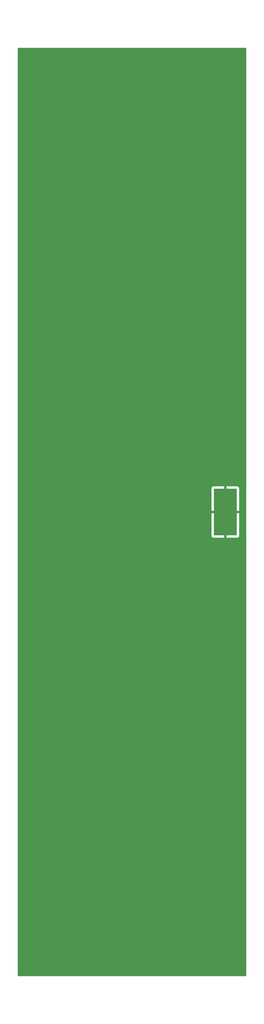
<source format=gbl>
%TF.GenerationSoftware,KiCad,Pcbnew,9.0.0*%
%TF.CreationDate,2025-03-16T11:37:03+01:00*%
%TF.ProjectId,DMH_Transistor_VCA_PANEL,444d485f-5472-4616-9e73-6973746f725f,rev?*%
%TF.SameCoordinates,Original*%
%TF.FileFunction,Copper,L2,Bot*%
%TF.FilePolarity,Positive*%
%FSLAX46Y46*%
G04 Gerber Fmt 4.6, Leading zero omitted, Abs format (unit mm)*
G04 Created by KiCad (PCBNEW 9.0.0) date 2025-03-16 11:37:03*
%MOMM*%
%LPD*%
G01*
G04 APERTURE LIST*
%TA.AperFunction,ConnectorPad*%
%ADD10C,12.000000*%
%TD*%
%TA.AperFunction,ComponentPad*%
%ADD11C,0.500000*%
%TD*%
%TA.AperFunction,ComponentPad*%
%ADD12C,4.000000*%
%TD*%
%TA.AperFunction,ComponentPad*%
%ADD13O,2.500000X1.500000*%
%TD*%
%TA.AperFunction,SMDPad,CuDef*%
%ADD14R,5.000000X10.000000*%
%TD*%
G04 APERTURE END LIST*
D10*
%TO.P,H14,1,1*%
%TO.N,GND*%
X63000000Y-186000000D03*
%TD*%
%TO.P,H13,1,1*%
%TO.N,GND*%
X87000000Y-186000000D03*
%TD*%
%TO.P,H7,1,1*%
%TO.N,GND*%
X87000000Y-95250000D03*
%TD*%
%TO.P,H6,1,1*%
%TO.N,GND*%
X63000000Y-95250000D03*
%TD*%
D11*
%TO.P,H9,1,1*%
%TO.N,GND*%
X57300000Y-118000000D03*
X58960000Y-113970000D03*
X58970000Y-122040000D03*
X63000000Y-112300000D03*
D10*
X63000000Y-118000000D03*
D11*
X63000000Y-123700000D03*
X67030000Y-122040000D03*
X67040000Y-113970000D03*
X68700000Y-118000000D03*
%TD*%
D12*
%TO.P,H3,1,1*%
%TO.N,GND*%
X53500000Y-226500000D03*
%TD*%
D11*
%TO.P,H8,1,1*%
%TO.N,GND*%
X52800000Y-50750000D03*
X54460000Y-46720000D03*
X54470000Y-54790000D03*
X58500000Y-45050000D03*
D10*
X58500000Y-50750000D03*
D11*
X58500000Y-56450000D03*
X62530000Y-54790000D03*
X62540000Y-46720000D03*
X64200000Y-50750000D03*
%TD*%
%TO.P,H15,1,1*%
%TO.N,GND*%
X52800000Y-141500000D03*
X54460000Y-137470000D03*
X54470000Y-145540000D03*
X58500000Y-135800000D03*
D10*
X58500000Y-141500000D03*
D11*
X58500000Y-147200000D03*
X62530000Y-145540000D03*
X62540000Y-137470000D03*
X64200000Y-141500000D03*
%TD*%
%TO.P,H17,1,1*%
%TO.N,GND*%
X57300000Y-208750000D03*
X58960000Y-204720000D03*
X58970000Y-212790000D03*
X63000000Y-203050000D03*
D10*
X63000000Y-208750000D03*
D11*
X63000000Y-214450000D03*
X67030000Y-212790000D03*
X67040000Y-204720000D03*
X68700000Y-208750000D03*
%TD*%
%TO.P,H10,1,1*%
%TO.N,GND*%
X81300000Y-118000000D03*
X82960000Y-113970000D03*
X82970000Y-122040000D03*
X87000000Y-112300000D03*
D10*
X87000000Y-118000000D03*
D11*
X87000000Y-123700000D03*
X91030000Y-122040000D03*
X91040000Y-113970000D03*
X92700000Y-118000000D03*
%TD*%
D10*
%TO.P,H5,1,1*%
%TO.N,GND*%
X83000000Y-60000000D03*
D13*
X83000000Y-66000000D03*
%TD*%
D11*
%TO.P,H11,1,1*%
%TO.N,GND*%
X52800000Y-69250000D03*
X54460000Y-65220000D03*
X54470000Y-73290000D03*
X58500000Y-63550000D03*
D10*
X58500000Y-69250000D03*
D11*
X58500000Y-74950000D03*
X62530000Y-73290000D03*
X62540000Y-65220000D03*
X64200000Y-69250000D03*
%TD*%
D12*
%TO.P,H2,1,1*%
%TO.N,GND*%
X96500000Y-33500000D03*
%TD*%
%TO.P,H4,1,1*%
%TO.N,GND*%
X96500000Y-226500000D03*
%TD*%
D11*
%TO.P,H18,1,1*%
%TO.N,GND*%
X81300000Y-208750000D03*
X82960000Y-204720000D03*
X82970000Y-212790000D03*
X87000000Y-203050000D03*
D10*
X87000000Y-208750000D03*
D11*
X87000000Y-214450000D03*
X91030000Y-212790000D03*
X91040000Y-204720000D03*
X92700000Y-208750000D03*
%TD*%
D12*
%TO.P,H1,1,1*%
%TO.N,GND*%
X53500000Y-33500000D03*
%TD*%
D11*
%TO.P,H16,1,1*%
%TO.N,GND*%
X52800000Y-160000000D03*
X54460000Y-155970000D03*
X54470000Y-164040000D03*
X58500000Y-154300000D03*
D10*
X58500000Y-160000000D03*
D11*
X58500000Y-165700000D03*
X62530000Y-164040000D03*
X62540000Y-155970000D03*
X64200000Y-160000000D03*
%TD*%
D10*
%TO.P,H12,1,1*%
%TO.N,GND*%
X83000000Y-150750000D03*
D13*
X83000000Y-156750000D03*
%TD*%
D14*
%TO.P,J0,1,Pin_1*%
%TO.N,GND*%
X95000000Y-130000000D03*
%TD*%
%TA.AperFunction,Conductor*%
%TO.N,GND*%
G36*
X99442539Y-30520185D02*
G01*
X99488294Y-30572989D01*
X99499500Y-30624500D01*
X99499500Y-229375500D01*
X99479815Y-229442539D01*
X99427011Y-229488294D01*
X99375500Y-229499500D01*
X50624500Y-229499500D01*
X50557461Y-229479815D01*
X50511706Y-229427011D01*
X50500500Y-229375500D01*
X50500500Y-208537814D01*
X57599500Y-208537814D01*
X57599500Y-208558097D01*
X57599500Y-208962186D01*
X57632796Y-209385250D01*
X57699182Y-209804398D01*
X57798250Y-210217045D01*
X57798254Y-210217056D01*
X57929385Y-210620641D01*
X57996000Y-210781463D01*
X58091789Y-211012716D01*
X58284450Y-211390835D01*
X58284457Y-211390848D01*
X58284460Y-211390853D01*
X58307375Y-211428246D01*
X58506184Y-211752672D01*
X58506192Y-211752683D01*
X58506198Y-211752692D01*
X58755617Y-212095989D01*
X58755627Y-212096003D01*
X58878919Y-212240358D01*
X59031231Y-212418692D01*
X59331308Y-212718769D01*
X59331314Y-212718774D01*
X59653996Y-212994372D01*
X59654010Y-212994382D01*
X59861749Y-213145313D01*
X59997328Y-213243816D01*
X60125685Y-213322473D01*
X60359146Y-213465539D01*
X60359151Y-213465542D01*
X60359156Y-213465544D01*
X60359165Y-213465550D01*
X60737284Y-213658211D01*
X61129353Y-213820612D01*
X61129358Y-213820614D01*
X61231979Y-213853957D01*
X61532955Y-213951750D01*
X61945602Y-214050818D01*
X62364750Y-214117204D01*
X62787814Y-214150500D01*
X62787822Y-214150500D01*
X63212178Y-214150500D01*
X63212186Y-214150500D01*
X63635250Y-214117204D01*
X64054398Y-214050818D01*
X64467045Y-213951750D01*
X64870647Y-213820612D01*
X65262716Y-213658211D01*
X65640835Y-213465550D01*
X66002672Y-213243816D01*
X66345997Y-212994377D01*
X66668692Y-212718769D01*
X66968769Y-212418692D01*
X67244377Y-212095997D01*
X67493816Y-211752672D01*
X67715550Y-211390835D01*
X67908211Y-211012716D01*
X68070612Y-210620647D01*
X68201750Y-210217045D01*
X68300818Y-209804398D01*
X68367204Y-209385250D01*
X68400500Y-208962186D01*
X68400500Y-208537814D01*
X81599500Y-208537814D01*
X81599500Y-208558097D01*
X81599500Y-208962186D01*
X81632796Y-209385250D01*
X81699182Y-209804398D01*
X81798250Y-210217045D01*
X81798254Y-210217056D01*
X81929385Y-210620641D01*
X81996000Y-210781463D01*
X82091789Y-211012716D01*
X82284450Y-211390835D01*
X82284457Y-211390848D01*
X82284460Y-211390853D01*
X82307375Y-211428246D01*
X82506184Y-211752672D01*
X82506192Y-211752683D01*
X82506198Y-211752692D01*
X82755617Y-212095989D01*
X82755627Y-212096003D01*
X82878919Y-212240358D01*
X83031231Y-212418692D01*
X83331308Y-212718769D01*
X83331314Y-212718774D01*
X83653996Y-212994372D01*
X83654010Y-212994382D01*
X83861749Y-213145313D01*
X83997328Y-213243816D01*
X84125685Y-213322473D01*
X84359146Y-213465539D01*
X84359151Y-213465542D01*
X84359156Y-213465544D01*
X84359165Y-213465550D01*
X84737284Y-213658211D01*
X85129353Y-213820612D01*
X85129358Y-213820614D01*
X85231979Y-213853957D01*
X85532955Y-213951750D01*
X85945602Y-214050818D01*
X86364750Y-214117204D01*
X86787814Y-214150500D01*
X86787822Y-214150500D01*
X87212178Y-214150500D01*
X87212186Y-214150500D01*
X87635250Y-214117204D01*
X88054398Y-214050818D01*
X88467045Y-213951750D01*
X88870647Y-213820612D01*
X89262716Y-213658211D01*
X89640835Y-213465550D01*
X90002672Y-213243816D01*
X90345997Y-212994377D01*
X90668692Y-212718769D01*
X90968769Y-212418692D01*
X91244377Y-212095997D01*
X91493816Y-211752672D01*
X91715550Y-211390835D01*
X91908211Y-211012716D01*
X92070612Y-210620647D01*
X92201750Y-210217045D01*
X92300818Y-209804398D01*
X92367204Y-209385250D01*
X92400500Y-208962186D01*
X92400500Y-208537814D01*
X92367204Y-208114750D01*
X92300818Y-207695602D01*
X92201750Y-207282955D01*
X92070612Y-206879353D01*
X91908211Y-206487284D01*
X91715550Y-206109165D01*
X91715544Y-206109156D01*
X91715542Y-206109151D01*
X91715539Y-206109146D01*
X91493823Y-205747340D01*
X91493816Y-205747328D01*
X91244377Y-205404003D01*
X91244372Y-205403996D01*
X90968774Y-205081314D01*
X90968769Y-205081308D01*
X90668692Y-204781231D01*
X90668685Y-204781225D01*
X90346003Y-204505627D01*
X90345989Y-204505617D01*
X90002692Y-204256198D01*
X90002683Y-204256192D01*
X90002672Y-204256184D01*
X90002659Y-204256176D01*
X89640853Y-204034460D01*
X89640848Y-204034457D01*
X89640838Y-204034452D01*
X89640835Y-204034450D01*
X89262716Y-203841789D01*
X89262702Y-203841783D01*
X88870641Y-203679385D01*
X88583478Y-203586081D01*
X88467045Y-203548250D01*
X88054398Y-203449182D01*
X87635250Y-203382796D01*
X87212191Y-203349500D01*
X87212186Y-203349500D01*
X86787814Y-203349500D01*
X86787808Y-203349500D01*
X86364749Y-203382796D01*
X86364748Y-203382796D01*
X85945607Y-203449181D01*
X85945604Y-203449181D01*
X85945602Y-203449182D01*
X85797817Y-203484661D01*
X85532966Y-203548247D01*
X85532960Y-203548248D01*
X85532955Y-203548250D01*
X85532943Y-203548254D01*
X85129358Y-203679385D01*
X84737297Y-203841783D01*
X84737284Y-203841789D01*
X84359151Y-204034457D01*
X84359146Y-204034460D01*
X83997340Y-204256176D01*
X83997307Y-204256198D01*
X83654010Y-204505617D01*
X83653996Y-204505627D01*
X83331314Y-204781225D01*
X83331300Y-204781238D01*
X83031238Y-205081300D01*
X83031225Y-205081314D01*
X82755627Y-205403996D01*
X82755617Y-205404010D01*
X82506198Y-205747307D01*
X82506176Y-205747340D01*
X82284460Y-206109146D01*
X82284457Y-206109151D01*
X82091789Y-206487284D01*
X82091783Y-206487297D01*
X81929385Y-206879358D01*
X81798254Y-207282943D01*
X81798247Y-207282966D01*
X81699181Y-207695607D01*
X81683000Y-207797774D01*
X81632796Y-208114750D01*
X81599500Y-208537814D01*
X68400500Y-208537814D01*
X68367204Y-208114750D01*
X68300818Y-207695602D01*
X68201750Y-207282955D01*
X68070612Y-206879353D01*
X67908211Y-206487284D01*
X67715550Y-206109165D01*
X67715544Y-206109156D01*
X67715542Y-206109151D01*
X67715539Y-206109146D01*
X67493823Y-205747340D01*
X67493816Y-205747328D01*
X67244377Y-205404003D01*
X67244372Y-205403996D01*
X66968774Y-205081314D01*
X66968769Y-205081308D01*
X66668692Y-204781231D01*
X66668685Y-204781225D01*
X66346003Y-204505627D01*
X66345989Y-204505617D01*
X66002692Y-204256198D01*
X66002683Y-204256192D01*
X66002672Y-204256184D01*
X66002659Y-204256176D01*
X65640853Y-204034460D01*
X65640848Y-204034457D01*
X65640838Y-204034452D01*
X65640835Y-204034450D01*
X65262716Y-203841789D01*
X65262702Y-203841783D01*
X64870641Y-203679385D01*
X64583478Y-203586081D01*
X64467045Y-203548250D01*
X64054398Y-203449182D01*
X63635250Y-203382796D01*
X63212191Y-203349500D01*
X63212186Y-203349500D01*
X62787814Y-203349500D01*
X62787808Y-203349500D01*
X62364749Y-203382796D01*
X62364748Y-203382796D01*
X61945607Y-203449181D01*
X61945604Y-203449181D01*
X61945602Y-203449182D01*
X61797817Y-203484661D01*
X61532966Y-203548247D01*
X61532960Y-203548248D01*
X61532955Y-203548250D01*
X61532943Y-203548254D01*
X61129358Y-203679385D01*
X60737297Y-203841783D01*
X60737284Y-203841789D01*
X60359151Y-204034457D01*
X60359146Y-204034460D01*
X59997340Y-204256176D01*
X59997307Y-204256198D01*
X59654010Y-204505617D01*
X59653996Y-204505627D01*
X59331314Y-204781225D01*
X59331300Y-204781238D01*
X59031238Y-205081300D01*
X59031225Y-205081314D01*
X58755627Y-205403996D01*
X58755617Y-205404010D01*
X58506198Y-205747307D01*
X58506176Y-205747340D01*
X58284460Y-206109146D01*
X58284457Y-206109151D01*
X58091789Y-206487284D01*
X58091783Y-206487297D01*
X57929385Y-206879358D01*
X57798254Y-207282943D01*
X57798247Y-207282966D01*
X57699181Y-207695607D01*
X57683000Y-207797774D01*
X57632796Y-208114750D01*
X57599500Y-208537814D01*
X50500500Y-208537814D01*
X50500500Y-185781669D01*
X57999500Y-185781669D01*
X57999500Y-186218330D01*
X58037557Y-186653320D01*
X58037557Y-186653324D01*
X58113379Y-187083327D01*
X58113383Y-187083344D01*
X58226392Y-187505105D01*
X58375740Y-187915434D01*
X58375746Y-187915449D01*
X58560272Y-188311164D01*
X58560277Y-188311174D01*
X58778603Y-188689326D01*
X58778607Y-188689332D01*
X58778614Y-188689343D01*
X59029057Y-189047013D01*
X59231930Y-189288787D01*
X59309732Y-189381507D01*
X59618493Y-189690268D01*
X59708395Y-189765705D01*
X59952986Y-189970942D01*
X60310656Y-190221385D01*
X60310663Y-190221389D01*
X60310674Y-190221397D01*
X60688826Y-190439723D01*
X60688835Y-190439727D01*
X61084550Y-190624253D01*
X61084555Y-190624255D01*
X61084568Y-190624261D01*
X61494888Y-190773605D01*
X61494889Y-190773605D01*
X61494894Y-190773607D01*
X61627398Y-190809110D01*
X61916663Y-190886619D01*
X62346682Y-190962443D01*
X62781671Y-191000499D01*
X62781672Y-191000500D01*
X62781673Y-191000500D01*
X63218328Y-191000500D01*
X63218328Y-191000499D01*
X63653318Y-190962443D01*
X64083337Y-190886619D01*
X64505112Y-190773605D01*
X64915432Y-190624261D01*
X65311174Y-190439723D01*
X65689326Y-190221397D01*
X66047012Y-189970943D01*
X66381507Y-189690268D01*
X66690268Y-189381507D01*
X66970943Y-189047012D01*
X67221397Y-188689326D01*
X67439723Y-188311174D01*
X67624261Y-187915432D01*
X67773605Y-187505112D01*
X67886619Y-187083337D01*
X67962443Y-186653318D01*
X68000500Y-186218327D01*
X68000500Y-185781673D01*
X68000500Y-185781669D01*
X81999500Y-185781669D01*
X81999500Y-186218330D01*
X82037557Y-186653320D01*
X82037557Y-186653324D01*
X82113379Y-187083327D01*
X82113383Y-187083344D01*
X82226392Y-187505105D01*
X82375740Y-187915434D01*
X82375746Y-187915449D01*
X82560272Y-188311164D01*
X82560277Y-188311174D01*
X82778603Y-188689326D01*
X82778607Y-188689332D01*
X82778614Y-188689343D01*
X83029057Y-189047013D01*
X83231930Y-189288787D01*
X83309732Y-189381507D01*
X83618493Y-189690268D01*
X83708395Y-189765705D01*
X83952986Y-189970942D01*
X84310656Y-190221385D01*
X84310663Y-190221389D01*
X84310674Y-190221397D01*
X84688826Y-190439723D01*
X84688835Y-190439727D01*
X85084550Y-190624253D01*
X85084555Y-190624255D01*
X85084568Y-190624261D01*
X85494888Y-190773605D01*
X85494889Y-190773605D01*
X85494894Y-190773607D01*
X85627398Y-190809110D01*
X85916663Y-190886619D01*
X86346682Y-190962443D01*
X86781671Y-191000499D01*
X86781672Y-191000500D01*
X86781673Y-191000500D01*
X87218328Y-191000500D01*
X87218328Y-191000499D01*
X87653318Y-190962443D01*
X88083337Y-190886619D01*
X88505112Y-190773605D01*
X88915432Y-190624261D01*
X89311174Y-190439723D01*
X89689326Y-190221397D01*
X90047012Y-189970943D01*
X90381507Y-189690268D01*
X90690268Y-189381507D01*
X90970943Y-189047012D01*
X91221397Y-188689326D01*
X91439723Y-188311174D01*
X91624261Y-187915432D01*
X91773605Y-187505112D01*
X91886619Y-187083337D01*
X91962443Y-186653318D01*
X92000500Y-186218327D01*
X92000500Y-185781673D01*
X91962443Y-185346682D01*
X91886619Y-184916663D01*
X91773605Y-184494888D01*
X91624261Y-184084568D01*
X91439723Y-183688826D01*
X91221397Y-183310674D01*
X91221389Y-183310663D01*
X91221385Y-183310656D01*
X90970942Y-182952986D01*
X90690265Y-182618490D01*
X90381509Y-182309734D01*
X90047013Y-182029057D01*
X89689343Y-181778614D01*
X89689332Y-181778607D01*
X89689326Y-181778603D01*
X89576978Y-181713739D01*
X89311180Y-181560280D01*
X89311164Y-181560272D01*
X88915449Y-181375746D01*
X88915434Y-181375740D01*
X88915432Y-181375739D01*
X88761301Y-181319640D01*
X88505105Y-181226392D01*
X88083344Y-181113383D01*
X88083347Y-181113383D01*
X88083337Y-181113381D01*
X88083331Y-181113379D01*
X88083327Y-181113379D01*
X87653322Y-181037557D01*
X87218330Y-180999500D01*
X87218327Y-180999500D01*
X86781673Y-180999500D01*
X86781669Y-180999500D01*
X86346679Y-181037557D01*
X86346675Y-181037557D01*
X85916672Y-181113379D01*
X85916655Y-181113383D01*
X85494894Y-181226392D01*
X85084565Y-181375740D01*
X85084550Y-181375746D01*
X84688835Y-181560272D01*
X84688819Y-181560280D01*
X84310682Y-181778598D01*
X84310656Y-181778614D01*
X83952986Y-182029057D01*
X83618490Y-182309734D01*
X83309734Y-182618490D01*
X83029057Y-182952986D01*
X82778614Y-183310656D01*
X82778598Y-183310682D01*
X82560280Y-183688819D01*
X82560272Y-183688835D01*
X82375746Y-184084550D01*
X82375740Y-184084565D01*
X82226392Y-184494894D01*
X82113383Y-184916655D01*
X82113379Y-184916672D01*
X82037557Y-185346675D01*
X82037557Y-185346679D01*
X81999500Y-185781669D01*
X68000500Y-185781669D01*
X67962443Y-185346682D01*
X67886619Y-184916663D01*
X67773605Y-184494888D01*
X67624261Y-184084568D01*
X67439723Y-183688826D01*
X67221397Y-183310674D01*
X67221389Y-183310663D01*
X67221385Y-183310656D01*
X66970942Y-182952986D01*
X66690265Y-182618490D01*
X66381509Y-182309734D01*
X66047013Y-182029057D01*
X65689343Y-181778614D01*
X65689332Y-181778607D01*
X65689326Y-181778603D01*
X65576978Y-181713739D01*
X65311180Y-181560280D01*
X65311164Y-181560272D01*
X64915449Y-181375746D01*
X64915434Y-181375740D01*
X64915432Y-181375739D01*
X64761301Y-181319640D01*
X64505105Y-181226392D01*
X64083344Y-181113383D01*
X64083347Y-181113383D01*
X64083337Y-181113381D01*
X64083331Y-181113379D01*
X64083327Y-181113379D01*
X63653322Y-181037557D01*
X63218330Y-180999500D01*
X63218327Y-180999500D01*
X62781673Y-180999500D01*
X62781669Y-180999500D01*
X62346679Y-181037557D01*
X62346675Y-181037557D01*
X61916672Y-181113379D01*
X61916655Y-181113383D01*
X61494894Y-181226392D01*
X61084565Y-181375740D01*
X61084550Y-181375746D01*
X60688835Y-181560272D01*
X60688819Y-181560280D01*
X60310682Y-181778598D01*
X60310656Y-181778614D01*
X59952986Y-182029057D01*
X59618490Y-182309734D01*
X59309734Y-182618490D01*
X59029057Y-182952986D01*
X58778614Y-183310656D01*
X58778598Y-183310682D01*
X58560280Y-183688819D01*
X58560272Y-183688835D01*
X58375746Y-184084550D01*
X58375740Y-184084565D01*
X58226392Y-184494894D01*
X58113383Y-184916655D01*
X58113379Y-184916672D01*
X58037557Y-185346675D01*
X58037557Y-185346679D01*
X57999500Y-185781669D01*
X50500500Y-185781669D01*
X50500500Y-159787814D01*
X53099500Y-159787814D01*
X53099500Y-159808097D01*
X53099500Y-160212186D01*
X53132796Y-160635250D01*
X53199182Y-161054398D01*
X53298250Y-161467045D01*
X53298254Y-161467056D01*
X53429385Y-161870641D01*
X53496000Y-162031463D01*
X53591789Y-162262716D01*
X53784450Y-162640835D01*
X53784457Y-162640848D01*
X53784460Y-162640853D01*
X53807375Y-162678246D01*
X54006184Y-163002672D01*
X54006192Y-163002683D01*
X54006198Y-163002692D01*
X54255617Y-163345989D01*
X54255627Y-163346003D01*
X54378919Y-163490358D01*
X54531231Y-163668692D01*
X54831308Y-163968769D01*
X54831314Y-163968774D01*
X55153996Y-164244372D01*
X55154010Y-164244382D01*
X55361749Y-164395313D01*
X55497328Y-164493816D01*
X55625685Y-164572473D01*
X55859146Y-164715539D01*
X55859151Y-164715542D01*
X55859156Y-164715544D01*
X55859165Y-164715550D01*
X56237284Y-164908211D01*
X56629353Y-165070612D01*
X56629358Y-165070614D01*
X56731979Y-165103957D01*
X57032955Y-165201750D01*
X57445602Y-165300818D01*
X57864750Y-165367204D01*
X58287814Y-165400500D01*
X58287822Y-165400500D01*
X58712178Y-165400500D01*
X58712186Y-165400500D01*
X59135250Y-165367204D01*
X59554398Y-165300818D01*
X59967045Y-165201750D01*
X60370647Y-165070612D01*
X60762716Y-164908211D01*
X61140835Y-164715550D01*
X61502672Y-164493816D01*
X61845997Y-164244377D01*
X62168692Y-163968769D01*
X62468769Y-163668692D01*
X62744377Y-163345997D01*
X62993816Y-163002672D01*
X63215550Y-162640835D01*
X63408211Y-162262716D01*
X63570612Y-161870647D01*
X63701750Y-161467045D01*
X63800818Y-161054398D01*
X63867204Y-160635250D01*
X63900500Y-160212186D01*
X63900500Y-159787814D01*
X63867204Y-159364750D01*
X63800818Y-158945602D01*
X63701750Y-158532955D01*
X63570612Y-158129353D01*
X63408211Y-157737284D01*
X63215550Y-157359165D01*
X63215544Y-157359156D01*
X63215542Y-157359151D01*
X63215539Y-157359146D01*
X62993823Y-156997340D01*
X62993816Y-156997328D01*
X62744377Y-156654003D01*
X62744372Y-156653996D01*
X62468774Y-156331314D01*
X62468769Y-156331308D01*
X62168692Y-156031231D01*
X62168685Y-156031225D01*
X61846003Y-155755627D01*
X61845989Y-155755617D01*
X61502692Y-155506198D01*
X61502683Y-155506192D01*
X61502672Y-155506184D01*
X61502659Y-155506176D01*
X61140853Y-155284460D01*
X61140848Y-155284457D01*
X61140838Y-155284452D01*
X61140835Y-155284450D01*
X60762716Y-155091789D01*
X60762702Y-155091783D01*
X60370641Y-154929385D01*
X60083478Y-154836081D01*
X59967045Y-154798250D01*
X59554398Y-154699182D01*
X59135250Y-154632796D01*
X58712191Y-154599500D01*
X58712186Y-154599500D01*
X58287814Y-154599500D01*
X58287808Y-154599500D01*
X57864749Y-154632796D01*
X57864748Y-154632796D01*
X57445607Y-154699181D01*
X57445604Y-154699181D01*
X57445602Y-154699182D01*
X57392324Y-154711973D01*
X57032966Y-154798247D01*
X57032960Y-154798248D01*
X57032955Y-154798250D01*
X57032943Y-154798254D01*
X56629358Y-154929385D01*
X56237297Y-155091783D01*
X56237284Y-155091789D01*
X55859151Y-155284457D01*
X55859146Y-155284460D01*
X55497340Y-155506176D01*
X55497307Y-155506198D01*
X55154010Y-155755617D01*
X55153996Y-155755627D01*
X54831314Y-156031225D01*
X54831300Y-156031238D01*
X54531238Y-156331300D01*
X54531225Y-156331314D01*
X54255627Y-156653996D01*
X54255617Y-156654010D01*
X54006198Y-156997307D01*
X54006176Y-156997340D01*
X53784460Y-157359146D01*
X53784457Y-157359151D01*
X53591789Y-157737284D01*
X53591783Y-157737297D01*
X53429385Y-158129358D01*
X53298254Y-158532943D01*
X53298247Y-158532966D01*
X53199181Y-158945607D01*
X53183000Y-159047774D01*
X53132796Y-159364750D01*
X53099500Y-159787814D01*
X50500500Y-159787814D01*
X50500500Y-150553471D01*
X78999500Y-150553471D01*
X78999500Y-150946528D01*
X79038026Y-151337702D01*
X79114704Y-151723194D01*
X79114707Y-151723205D01*
X79228810Y-152099354D01*
X79379230Y-152462499D01*
X79379232Y-152462504D01*
X79564511Y-152809137D01*
X79564522Y-152809155D01*
X79782887Y-153135960D01*
X79782897Y-153135974D01*
X80032254Y-153439817D01*
X80310182Y-153717745D01*
X80310187Y-153717749D01*
X80310188Y-153717750D01*
X80614031Y-153967107D01*
X80940851Y-154185482D01*
X80940860Y-154185487D01*
X80940862Y-154185488D01*
X81287495Y-154370767D01*
X81287497Y-154370767D01*
X81287503Y-154370771D01*
X81650647Y-154521190D01*
X82026785Y-154635290D01*
X82026791Y-154635291D01*
X82026794Y-154635292D01*
X82026805Y-154635295D01*
X82412297Y-154711973D01*
X82803468Y-154750500D01*
X82803471Y-154750500D01*
X83196529Y-154750500D01*
X83196532Y-154750500D01*
X83587703Y-154711973D01*
X83662748Y-154697045D01*
X83973194Y-154635295D01*
X83973205Y-154635292D01*
X83973205Y-154635291D01*
X83973215Y-154635290D01*
X84349353Y-154521190D01*
X84712497Y-154370771D01*
X85059149Y-154185482D01*
X85385969Y-153967107D01*
X85689812Y-153717750D01*
X85967750Y-153439812D01*
X86217107Y-153135969D01*
X86435482Y-152809149D01*
X86620771Y-152462497D01*
X86771190Y-152099353D01*
X86885290Y-151723215D01*
X86885292Y-151723205D01*
X86885295Y-151723194D01*
X86961973Y-151337702D01*
X87000500Y-150946528D01*
X87000500Y-150553471D01*
X86961973Y-150162297D01*
X86885295Y-149776805D01*
X86885292Y-149776794D01*
X86885291Y-149776791D01*
X86885290Y-149776785D01*
X86771190Y-149400647D01*
X86620771Y-149037503D01*
X86608355Y-149014275D01*
X86435488Y-148690862D01*
X86435487Y-148690860D01*
X86435482Y-148690851D01*
X86217107Y-148364031D01*
X85967750Y-148060188D01*
X85967749Y-148060187D01*
X85967745Y-148060182D01*
X85689817Y-147782254D01*
X85385974Y-147532897D01*
X85385973Y-147532896D01*
X85385969Y-147532893D01*
X85059149Y-147314518D01*
X85059144Y-147314515D01*
X85059137Y-147314511D01*
X84712504Y-147129232D01*
X84712499Y-147129230D01*
X84349354Y-146978810D01*
X83973205Y-146864707D01*
X83973194Y-146864704D01*
X83587702Y-146788026D01*
X83293089Y-146759010D01*
X83196532Y-146749500D01*
X82803468Y-146749500D01*
X82714251Y-146758287D01*
X82412297Y-146788026D01*
X82026805Y-146864704D01*
X82026794Y-146864707D01*
X81650645Y-146978810D01*
X81287500Y-147129230D01*
X81287495Y-147129232D01*
X80940862Y-147314511D01*
X80940844Y-147314522D01*
X80614039Y-147532887D01*
X80614025Y-147532897D01*
X80310182Y-147782254D01*
X80032254Y-148060182D01*
X79782897Y-148364025D01*
X79782887Y-148364039D01*
X79564522Y-148690844D01*
X79564511Y-148690862D01*
X79379232Y-149037495D01*
X79379230Y-149037500D01*
X79228810Y-149400645D01*
X79114707Y-149776794D01*
X79114704Y-149776805D01*
X79038026Y-150162297D01*
X78999500Y-150553471D01*
X50500500Y-150553471D01*
X50500500Y-141287814D01*
X53099500Y-141287814D01*
X53099500Y-141308097D01*
X53099500Y-141712186D01*
X53132796Y-142135250D01*
X53199182Y-142554398D01*
X53298250Y-142967045D01*
X53298254Y-142967056D01*
X53429385Y-143370641D01*
X53496000Y-143531463D01*
X53591789Y-143762716D01*
X53784450Y-144140835D01*
X53784457Y-144140848D01*
X53784460Y-144140853D01*
X53807375Y-144178246D01*
X54006184Y-144502672D01*
X54006192Y-144502683D01*
X54006198Y-144502692D01*
X54255617Y-144845989D01*
X54255627Y-144846003D01*
X54378919Y-144990358D01*
X54531231Y-145168692D01*
X54831308Y-145468769D01*
X54831314Y-145468774D01*
X55153996Y-145744372D01*
X55154010Y-145744382D01*
X55361749Y-145895313D01*
X55497328Y-145993816D01*
X55625685Y-146072473D01*
X55859146Y-146215539D01*
X55859151Y-146215542D01*
X55859156Y-146215544D01*
X55859165Y-146215550D01*
X56237284Y-146408211D01*
X56629353Y-146570612D01*
X56629358Y-146570614D01*
X56731979Y-146603957D01*
X57032955Y-146701750D01*
X57445602Y-146800818D01*
X57864750Y-146867204D01*
X58287814Y-146900500D01*
X58287822Y-146900500D01*
X58712178Y-146900500D01*
X58712186Y-146900500D01*
X59135250Y-146867204D01*
X59554398Y-146800818D01*
X59967045Y-146701750D01*
X60370647Y-146570612D01*
X60762716Y-146408211D01*
X61140835Y-146215550D01*
X61502672Y-145993816D01*
X61845997Y-145744377D01*
X62168692Y-145468769D01*
X62468769Y-145168692D01*
X62744377Y-144845997D01*
X62993816Y-144502672D01*
X63215550Y-144140835D01*
X63408211Y-143762716D01*
X63570612Y-143370647D01*
X63701750Y-142967045D01*
X63800818Y-142554398D01*
X63867204Y-142135250D01*
X63900500Y-141712186D01*
X63900500Y-141287814D01*
X63867204Y-140864750D01*
X63800818Y-140445602D01*
X63701750Y-140032955D01*
X63570612Y-139629353D01*
X63408211Y-139237284D01*
X63215550Y-138859165D01*
X63215544Y-138859156D01*
X63215542Y-138859151D01*
X63215539Y-138859146D01*
X62993823Y-138497340D01*
X62993816Y-138497328D01*
X62744377Y-138154003D01*
X62744372Y-138153996D01*
X62468774Y-137831314D01*
X62468769Y-137831308D01*
X62168692Y-137531231D01*
X62168685Y-137531225D01*
X61846003Y-137255627D01*
X61845989Y-137255617D01*
X61502692Y-137006198D01*
X61502683Y-137006192D01*
X61502672Y-137006184D01*
X61502659Y-137006176D01*
X61140853Y-136784460D01*
X61140848Y-136784457D01*
X61140838Y-136784452D01*
X61140835Y-136784450D01*
X60762716Y-136591789D01*
X60762702Y-136591783D01*
X60370641Y-136429385D01*
X60083478Y-136336081D01*
X59967045Y-136298250D01*
X59554398Y-136199182D01*
X59135250Y-136132796D01*
X58712191Y-136099500D01*
X58712186Y-136099500D01*
X58287814Y-136099500D01*
X58287808Y-136099500D01*
X57864749Y-136132796D01*
X57864748Y-136132796D01*
X57445607Y-136199181D01*
X57445604Y-136199181D01*
X57445602Y-136199182D01*
X57297817Y-136234661D01*
X57032966Y-136298247D01*
X57032960Y-136298248D01*
X57032955Y-136298250D01*
X57032943Y-136298254D01*
X56629358Y-136429385D01*
X56237297Y-136591783D01*
X56237284Y-136591789D01*
X55859151Y-136784457D01*
X55859146Y-136784460D01*
X55497340Y-137006176D01*
X55497307Y-137006198D01*
X55154010Y-137255617D01*
X55153996Y-137255627D01*
X54831314Y-137531225D01*
X54831300Y-137531238D01*
X54531238Y-137831300D01*
X54531225Y-137831314D01*
X54255627Y-138153996D01*
X54255617Y-138154010D01*
X54006198Y-138497307D01*
X54006176Y-138497340D01*
X53784460Y-138859146D01*
X53784457Y-138859151D01*
X53591789Y-139237284D01*
X53591783Y-139237297D01*
X53429385Y-139629358D01*
X53298254Y-140032943D01*
X53298247Y-140032966D01*
X53199181Y-140445607D01*
X53183000Y-140547774D01*
X53132796Y-140864750D01*
X53099500Y-141287814D01*
X50500500Y-141287814D01*
X50500500Y-135047844D01*
X92000000Y-135047844D01*
X92006401Y-135107372D01*
X92006403Y-135107379D01*
X92056645Y-135242086D01*
X92056649Y-135242093D01*
X92142809Y-135357187D01*
X92142812Y-135357190D01*
X92257906Y-135443350D01*
X92257913Y-135443354D01*
X92392620Y-135493596D01*
X92392627Y-135493598D01*
X92452155Y-135499999D01*
X92452172Y-135500000D01*
X94750000Y-135500000D01*
X95250000Y-135500000D01*
X97547828Y-135500000D01*
X97547844Y-135499999D01*
X97607372Y-135493598D01*
X97607379Y-135493596D01*
X97742086Y-135443354D01*
X97742093Y-135443350D01*
X97857187Y-135357190D01*
X97857190Y-135357187D01*
X97943350Y-135242093D01*
X97943354Y-135242086D01*
X97993596Y-135107379D01*
X97993598Y-135107372D01*
X97999999Y-135047844D01*
X98000000Y-135047827D01*
X98000000Y-130250000D01*
X95250000Y-130250000D01*
X95250000Y-135500000D01*
X94750000Y-135500000D01*
X94750000Y-130250000D01*
X92000000Y-130250000D01*
X92000000Y-135047844D01*
X50500500Y-135047844D01*
X50500500Y-124952155D01*
X92000000Y-124952155D01*
X92000000Y-129750000D01*
X94750000Y-129750000D01*
X95250000Y-129750000D01*
X98000000Y-129750000D01*
X98000000Y-124952172D01*
X97999999Y-124952155D01*
X97993598Y-124892627D01*
X97993596Y-124892620D01*
X97943354Y-124757913D01*
X97943350Y-124757906D01*
X97857190Y-124642812D01*
X97857187Y-124642809D01*
X97742093Y-124556649D01*
X97742086Y-124556645D01*
X97607379Y-124506403D01*
X97607372Y-124506401D01*
X97547844Y-124500000D01*
X95250000Y-124500000D01*
X95250000Y-129750000D01*
X94750000Y-129750000D01*
X94750000Y-124500000D01*
X92452155Y-124500000D01*
X92392627Y-124506401D01*
X92392620Y-124506403D01*
X92257913Y-124556645D01*
X92257906Y-124556649D01*
X92142812Y-124642809D01*
X92142809Y-124642812D01*
X92056649Y-124757906D01*
X92056645Y-124757913D01*
X92006403Y-124892620D01*
X92006401Y-124892627D01*
X92000000Y-124952155D01*
X50500500Y-124952155D01*
X50500500Y-117787814D01*
X57599500Y-117787814D01*
X57599500Y-117808097D01*
X57599500Y-118212186D01*
X57632796Y-118635250D01*
X57699182Y-119054398D01*
X57798250Y-119467045D01*
X57798254Y-119467056D01*
X57929385Y-119870641D01*
X57996000Y-120031463D01*
X58091789Y-120262716D01*
X58284450Y-120640835D01*
X58284457Y-120640848D01*
X58284460Y-120640853D01*
X58307375Y-120678246D01*
X58506184Y-121002672D01*
X58506192Y-121002683D01*
X58506198Y-121002692D01*
X58755617Y-121345989D01*
X58755627Y-121346003D01*
X58878919Y-121490358D01*
X59031231Y-121668692D01*
X59331308Y-121968769D01*
X59331314Y-121968774D01*
X59653996Y-122244372D01*
X59654010Y-122244382D01*
X59861749Y-122395313D01*
X59997328Y-122493816D01*
X60125685Y-122572473D01*
X60359146Y-122715539D01*
X60359151Y-122715542D01*
X60359156Y-122715544D01*
X60359165Y-122715550D01*
X60737284Y-122908211D01*
X61129353Y-123070612D01*
X61129358Y-123070614D01*
X61231979Y-123103957D01*
X61532955Y-123201750D01*
X61945602Y-123300818D01*
X62364750Y-123367204D01*
X62787814Y-123400500D01*
X62787822Y-123400500D01*
X63212178Y-123400500D01*
X63212186Y-123400500D01*
X63635250Y-123367204D01*
X64054398Y-123300818D01*
X64467045Y-123201750D01*
X64870647Y-123070612D01*
X65262716Y-122908211D01*
X65640835Y-122715550D01*
X66002672Y-122493816D01*
X66345997Y-122244377D01*
X66668692Y-121968769D01*
X66968769Y-121668692D01*
X67244377Y-121345997D01*
X67493816Y-121002672D01*
X67715550Y-120640835D01*
X67908211Y-120262716D01*
X68070612Y-119870647D01*
X68201750Y-119467045D01*
X68300818Y-119054398D01*
X68367204Y-118635250D01*
X68400500Y-118212186D01*
X68400500Y-117787814D01*
X81599500Y-117787814D01*
X81599500Y-117808097D01*
X81599500Y-118212186D01*
X81632796Y-118635250D01*
X81699182Y-119054398D01*
X81798250Y-119467045D01*
X81798254Y-119467056D01*
X81929385Y-119870641D01*
X81996000Y-120031463D01*
X82091789Y-120262716D01*
X82284450Y-120640835D01*
X82284457Y-120640848D01*
X82284460Y-120640853D01*
X82307375Y-120678246D01*
X82506184Y-121002672D01*
X82506192Y-121002683D01*
X82506198Y-121002692D01*
X82755617Y-121345989D01*
X82755627Y-121346003D01*
X82878919Y-121490358D01*
X83031231Y-121668692D01*
X83331308Y-121968769D01*
X83331314Y-121968774D01*
X83653996Y-122244372D01*
X83654010Y-122244382D01*
X83861749Y-122395313D01*
X83997328Y-122493816D01*
X84125685Y-122572473D01*
X84359146Y-122715539D01*
X84359151Y-122715542D01*
X84359156Y-122715544D01*
X84359165Y-122715550D01*
X84737284Y-122908211D01*
X85129353Y-123070612D01*
X85129358Y-123070614D01*
X85231979Y-123103957D01*
X85532955Y-123201750D01*
X85945602Y-123300818D01*
X86364750Y-123367204D01*
X86787814Y-123400500D01*
X86787822Y-123400500D01*
X87212178Y-123400500D01*
X87212186Y-123400500D01*
X87635250Y-123367204D01*
X88054398Y-123300818D01*
X88467045Y-123201750D01*
X88870647Y-123070612D01*
X89262716Y-122908211D01*
X89640835Y-122715550D01*
X90002672Y-122493816D01*
X90345997Y-122244377D01*
X90668692Y-121968769D01*
X90968769Y-121668692D01*
X91244377Y-121345997D01*
X91493816Y-121002672D01*
X91715550Y-120640835D01*
X91908211Y-120262716D01*
X92070612Y-119870647D01*
X92201750Y-119467045D01*
X92300818Y-119054398D01*
X92367204Y-118635250D01*
X92400500Y-118212186D01*
X92400500Y-117787814D01*
X92367204Y-117364750D01*
X92300818Y-116945602D01*
X92201750Y-116532955D01*
X92070612Y-116129353D01*
X91908211Y-115737284D01*
X91715550Y-115359165D01*
X91715544Y-115359156D01*
X91715542Y-115359151D01*
X91715539Y-115359146D01*
X91493823Y-114997340D01*
X91493816Y-114997328D01*
X91244377Y-114654003D01*
X91244372Y-114653996D01*
X90968774Y-114331314D01*
X90968769Y-114331308D01*
X90668692Y-114031231D01*
X90668685Y-114031225D01*
X90346003Y-113755627D01*
X90345989Y-113755617D01*
X90002692Y-113506198D01*
X90002683Y-113506192D01*
X90002672Y-113506184D01*
X90002659Y-113506176D01*
X89640853Y-113284460D01*
X89640848Y-113284457D01*
X89640838Y-113284452D01*
X89640835Y-113284450D01*
X89262716Y-113091789D01*
X89262702Y-113091783D01*
X88870641Y-112929385D01*
X88583478Y-112836081D01*
X88467045Y-112798250D01*
X88054398Y-112699182D01*
X87635250Y-112632796D01*
X87212191Y-112599500D01*
X87212186Y-112599500D01*
X86787814Y-112599500D01*
X86787808Y-112599500D01*
X86364749Y-112632796D01*
X86364748Y-112632796D01*
X85945607Y-112699181D01*
X85945604Y-112699181D01*
X85945602Y-112699182D01*
X85797817Y-112734661D01*
X85532966Y-112798247D01*
X85532960Y-112798248D01*
X85532955Y-112798250D01*
X85532943Y-112798254D01*
X85129358Y-112929385D01*
X84737297Y-113091783D01*
X84737284Y-113091789D01*
X84359151Y-113284457D01*
X84359146Y-113284460D01*
X83997340Y-113506176D01*
X83997307Y-113506198D01*
X83654010Y-113755617D01*
X83653996Y-113755627D01*
X83331314Y-114031225D01*
X83331300Y-114031238D01*
X83031238Y-114331300D01*
X83031225Y-114331314D01*
X82755627Y-114653996D01*
X82755617Y-114654010D01*
X82506198Y-114997307D01*
X82506176Y-114997340D01*
X82284460Y-115359146D01*
X82284457Y-115359151D01*
X82091789Y-115737284D01*
X82091783Y-115737297D01*
X81929385Y-116129358D01*
X81798254Y-116532943D01*
X81798247Y-116532966D01*
X81699181Y-116945607D01*
X81683000Y-117047774D01*
X81632796Y-117364750D01*
X81599500Y-117787814D01*
X68400500Y-117787814D01*
X68367204Y-117364750D01*
X68300818Y-116945602D01*
X68201750Y-116532955D01*
X68070612Y-116129353D01*
X67908211Y-115737284D01*
X67715550Y-115359165D01*
X67715544Y-115359156D01*
X67715542Y-115359151D01*
X67715539Y-115359146D01*
X67493823Y-114997340D01*
X67493816Y-114997328D01*
X67244377Y-114654003D01*
X67244372Y-114653996D01*
X66968774Y-114331314D01*
X66968769Y-114331308D01*
X66668692Y-114031231D01*
X66668685Y-114031225D01*
X66346003Y-113755627D01*
X66345989Y-113755617D01*
X66002692Y-113506198D01*
X66002683Y-113506192D01*
X66002672Y-113506184D01*
X66002659Y-113506176D01*
X65640853Y-113284460D01*
X65640848Y-113284457D01*
X65640838Y-113284452D01*
X65640835Y-113284450D01*
X65262716Y-113091789D01*
X65262702Y-113091783D01*
X64870641Y-112929385D01*
X64583478Y-112836081D01*
X64467045Y-112798250D01*
X64054398Y-112699182D01*
X63635250Y-112632796D01*
X63212191Y-112599500D01*
X63212186Y-112599500D01*
X62787814Y-112599500D01*
X62787808Y-112599500D01*
X62364749Y-112632796D01*
X62364748Y-112632796D01*
X61945607Y-112699181D01*
X61945604Y-112699181D01*
X61945602Y-112699182D01*
X61797817Y-112734661D01*
X61532966Y-112798247D01*
X61532960Y-112798248D01*
X61532955Y-112798250D01*
X61532943Y-112798254D01*
X61129358Y-112929385D01*
X60737297Y-113091783D01*
X60737284Y-113091789D01*
X60359151Y-113284457D01*
X60359146Y-113284460D01*
X59997340Y-113506176D01*
X59997307Y-113506198D01*
X59654010Y-113755617D01*
X59653996Y-113755627D01*
X59331314Y-114031225D01*
X59331300Y-114031238D01*
X59031238Y-114331300D01*
X59031225Y-114331314D01*
X58755627Y-114653996D01*
X58755617Y-114654010D01*
X58506198Y-114997307D01*
X58506176Y-114997340D01*
X58284460Y-115359146D01*
X58284457Y-115359151D01*
X58091789Y-115737284D01*
X58091783Y-115737297D01*
X57929385Y-116129358D01*
X57798254Y-116532943D01*
X57798247Y-116532966D01*
X57699181Y-116945607D01*
X57683000Y-117047774D01*
X57632796Y-117364750D01*
X57599500Y-117787814D01*
X50500500Y-117787814D01*
X50500500Y-95031669D01*
X57999500Y-95031669D01*
X57999500Y-95468330D01*
X58037557Y-95903320D01*
X58037557Y-95903324D01*
X58113379Y-96333327D01*
X58113383Y-96333344D01*
X58226392Y-96755105D01*
X58375740Y-97165434D01*
X58375746Y-97165449D01*
X58560272Y-97561164D01*
X58560277Y-97561174D01*
X58778603Y-97939326D01*
X58778607Y-97939332D01*
X58778614Y-97939343D01*
X59029057Y-98297013D01*
X59231930Y-98538787D01*
X59309732Y-98631507D01*
X59618493Y-98940268D01*
X59708395Y-99015705D01*
X59952986Y-99220942D01*
X60310656Y-99471385D01*
X60310663Y-99471389D01*
X60310674Y-99471397D01*
X60688826Y-99689723D01*
X60688835Y-99689727D01*
X61084550Y-99874253D01*
X61084555Y-99874255D01*
X61084568Y-99874261D01*
X61494888Y-100023605D01*
X61494889Y-100023605D01*
X61494894Y-100023607D01*
X61627398Y-100059110D01*
X61916663Y-100136619D01*
X62346682Y-100212443D01*
X62781671Y-100250499D01*
X62781672Y-100250500D01*
X62781673Y-100250500D01*
X63218328Y-100250500D01*
X63218328Y-100250499D01*
X63653318Y-100212443D01*
X64083337Y-100136619D01*
X64505112Y-100023605D01*
X64915432Y-99874261D01*
X65311174Y-99689723D01*
X65689326Y-99471397D01*
X66047012Y-99220943D01*
X66381507Y-98940268D01*
X66690268Y-98631507D01*
X66970943Y-98297012D01*
X67221397Y-97939326D01*
X67439723Y-97561174D01*
X67624261Y-97165432D01*
X67773605Y-96755112D01*
X67886619Y-96333337D01*
X67962443Y-95903318D01*
X68000500Y-95468327D01*
X68000500Y-95031673D01*
X68000500Y-95031669D01*
X81999500Y-95031669D01*
X81999500Y-95468330D01*
X82037557Y-95903320D01*
X82037557Y-95903324D01*
X82113379Y-96333327D01*
X82113383Y-96333344D01*
X82226392Y-96755105D01*
X82375740Y-97165434D01*
X82375746Y-97165449D01*
X82560272Y-97561164D01*
X82560277Y-97561174D01*
X82778603Y-97939326D01*
X82778607Y-97939332D01*
X82778614Y-97939343D01*
X83029057Y-98297013D01*
X83231930Y-98538787D01*
X83309732Y-98631507D01*
X83618493Y-98940268D01*
X83708395Y-99015705D01*
X83952986Y-99220942D01*
X84310656Y-99471385D01*
X84310663Y-99471389D01*
X84310674Y-99471397D01*
X84688826Y-99689723D01*
X84688835Y-99689727D01*
X85084550Y-99874253D01*
X85084555Y-99874255D01*
X85084568Y-99874261D01*
X85494888Y-100023605D01*
X85494889Y-100023605D01*
X85494894Y-100023607D01*
X85627398Y-100059110D01*
X85916663Y-100136619D01*
X86346682Y-100212443D01*
X86781671Y-100250499D01*
X86781672Y-100250500D01*
X86781673Y-100250500D01*
X87218328Y-100250500D01*
X87218328Y-100250499D01*
X87653318Y-100212443D01*
X88083337Y-100136619D01*
X88505112Y-100023605D01*
X88915432Y-99874261D01*
X89311174Y-99689723D01*
X89689326Y-99471397D01*
X90047012Y-99220943D01*
X90381507Y-98940268D01*
X90690268Y-98631507D01*
X90970943Y-98297012D01*
X91221397Y-97939326D01*
X91439723Y-97561174D01*
X91624261Y-97165432D01*
X91773605Y-96755112D01*
X91886619Y-96333337D01*
X91962443Y-95903318D01*
X92000500Y-95468327D01*
X92000500Y-95031673D01*
X91962443Y-94596682D01*
X91886619Y-94166663D01*
X91773605Y-93744888D01*
X91624261Y-93334568D01*
X91439723Y-92938826D01*
X91221397Y-92560674D01*
X91221389Y-92560663D01*
X91221385Y-92560656D01*
X90970942Y-92202986D01*
X90690265Y-91868490D01*
X90381509Y-91559734D01*
X90047013Y-91279057D01*
X89689343Y-91028614D01*
X89689332Y-91028607D01*
X89689326Y-91028603D01*
X89576978Y-90963739D01*
X89311180Y-90810280D01*
X89311164Y-90810272D01*
X88915449Y-90625746D01*
X88915434Y-90625740D01*
X88915432Y-90625739D01*
X88761301Y-90569640D01*
X88505105Y-90476392D01*
X88083344Y-90363383D01*
X88083347Y-90363383D01*
X88083337Y-90363381D01*
X88083331Y-90363379D01*
X88083327Y-90363379D01*
X87653322Y-90287557D01*
X87218330Y-90249500D01*
X87218327Y-90249500D01*
X86781673Y-90249500D01*
X86781669Y-90249500D01*
X86346679Y-90287557D01*
X86346675Y-90287557D01*
X85916672Y-90363379D01*
X85916655Y-90363383D01*
X85494894Y-90476392D01*
X85084565Y-90625740D01*
X85084550Y-90625746D01*
X84688835Y-90810272D01*
X84688819Y-90810280D01*
X84310682Y-91028598D01*
X84310656Y-91028614D01*
X83952986Y-91279057D01*
X83618490Y-91559734D01*
X83309734Y-91868490D01*
X83029057Y-92202986D01*
X82778614Y-92560656D01*
X82778598Y-92560682D01*
X82560280Y-92938819D01*
X82560272Y-92938835D01*
X82375746Y-93334550D01*
X82375740Y-93334565D01*
X82226392Y-93744894D01*
X82113383Y-94166655D01*
X82113379Y-94166672D01*
X82037557Y-94596675D01*
X82037557Y-94596679D01*
X81999500Y-95031669D01*
X68000500Y-95031669D01*
X67962443Y-94596682D01*
X67886619Y-94166663D01*
X67773605Y-93744888D01*
X67624261Y-93334568D01*
X67439723Y-92938826D01*
X67221397Y-92560674D01*
X67221389Y-92560663D01*
X67221385Y-92560656D01*
X66970942Y-92202986D01*
X66690265Y-91868490D01*
X66381509Y-91559734D01*
X66047013Y-91279057D01*
X65689343Y-91028614D01*
X65689332Y-91028607D01*
X65689326Y-91028603D01*
X65576978Y-90963739D01*
X65311180Y-90810280D01*
X65311164Y-90810272D01*
X64915449Y-90625746D01*
X64915434Y-90625740D01*
X64915432Y-90625739D01*
X64761301Y-90569640D01*
X64505105Y-90476392D01*
X64083344Y-90363383D01*
X64083347Y-90363383D01*
X64083337Y-90363381D01*
X64083331Y-90363379D01*
X64083327Y-90363379D01*
X63653322Y-90287557D01*
X63218330Y-90249500D01*
X63218327Y-90249500D01*
X62781673Y-90249500D01*
X62781669Y-90249500D01*
X62346679Y-90287557D01*
X62346675Y-90287557D01*
X61916672Y-90363379D01*
X61916655Y-90363383D01*
X61494894Y-90476392D01*
X61084565Y-90625740D01*
X61084550Y-90625746D01*
X60688835Y-90810272D01*
X60688819Y-90810280D01*
X60310682Y-91028598D01*
X60310656Y-91028614D01*
X59952986Y-91279057D01*
X59618490Y-91559734D01*
X59309734Y-91868490D01*
X59029057Y-92202986D01*
X58778614Y-92560656D01*
X58778598Y-92560682D01*
X58560280Y-92938819D01*
X58560272Y-92938835D01*
X58375746Y-93334550D01*
X58375740Y-93334565D01*
X58226392Y-93744894D01*
X58113383Y-94166655D01*
X58113379Y-94166672D01*
X58037557Y-94596675D01*
X58037557Y-94596679D01*
X57999500Y-95031669D01*
X50500500Y-95031669D01*
X50500500Y-69037814D01*
X53099500Y-69037814D01*
X53099500Y-69058097D01*
X53099500Y-69462186D01*
X53132796Y-69885250D01*
X53199182Y-70304398D01*
X53298250Y-70717045D01*
X53298254Y-70717056D01*
X53429385Y-71120641D01*
X53496000Y-71281463D01*
X53591789Y-71512716D01*
X53784450Y-71890835D01*
X53784457Y-71890848D01*
X53784460Y-71890853D01*
X53807375Y-71928246D01*
X54006184Y-72252672D01*
X54006192Y-72252683D01*
X54006198Y-72252692D01*
X54255617Y-72595989D01*
X54255627Y-72596003D01*
X54378919Y-72740358D01*
X54531231Y-72918692D01*
X54831308Y-73218769D01*
X54831314Y-73218774D01*
X55153996Y-73494372D01*
X55154010Y-73494382D01*
X55361749Y-73645313D01*
X55497328Y-73743816D01*
X55625685Y-73822473D01*
X55859146Y-73965539D01*
X55859151Y-73965542D01*
X55859156Y-73965544D01*
X55859165Y-73965550D01*
X56237284Y-74158211D01*
X56629353Y-74320612D01*
X56629358Y-74320614D01*
X56731979Y-74353957D01*
X57032955Y-74451750D01*
X57445602Y-74550818D01*
X57864750Y-74617204D01*
X58287814Y-74650500D01*
X58287822Y-74650500D01*
X58712178Y-74650500D01*
X58712186Y-74650500D01*
X59135250Y-74617204D01*
X59554398Y-74550818D01*
X59967045Y-74451750D01*
X60370647Y-74320612D01*
X60762716Y-74158211D01*
X61140835Y-73965550D01*
X61502672Y-73743816D01*
X61845997Y-73494377D01*
X62168692Y-73218769D01*
X62468769Y-72918692D01*
X62744377Y-72595997D01*
X62993816Y-72252672D01*
X63215550Y-71890835D01*
X63408211Y-71512716D01*
X63570612Y-71120647D01*
X63701750Y-70717045D01*
X63800818Y-70304398D01*
X63867204Y-69885250D01*
X63900500Y-69462186D01*
X63900500Y-69037814D01*
X63867204Y-68614750D01*
X63800818Y-68195602D01*
X63701750Y-67782955D01*
X63570612Y-67379353D01*
X63408211Y-66987284D01*
X63215550Y-66609165D01*
X63215544Y-66609156D01*
X63215542Y-66609151D01*
X63215539Y-66609146D01*
X62993823Y-66247340D01*
X62993816Y-66247328D01*
X62744377Y-65904003D01*
X62744372Y-65903996D01*
X62468774Y-65581314D01*
X62468769Y-65581308D01*
X62168692Y-65281231D01*
X62168685Y-65281225D01*
X61846003Y-65005627D01*
X61845989Y-65005617D01*
X61502692Y-64756198D01*
X61502683Y-64756192D01*
X61502672Y-64756184D01*
X61502659Y-64756176D01*
X61140853Y-64534460D01*
X61140848Y-64534457D01*
X61140838Y-64534452D01*
X61140835Y-64534450D01*
X60762716Y-64341789D01*
X60762702Y-64341783D01*
X60370641Y-64179385D01*
X60083478Y-64086081D01*
X59967045Y-64048250D01*
X59554398Y-63949182D01*
X59135250Y-63882796D01*
X58712191Y-63849500D01*
X58712186Y-63849500D01*
X58287814Y-63849500D01*
X58287808Y-63849500D01*
X57864749Y-63882796D01*
X57864748Y-63882796D01*
X57445607Y-63949181D01*
X57445604Y-63949181D01*
X57445602Y-63949182D01*
X57392324Y-63961973D01*
X57032966Y-64048247D01*
X57032960Y-64048248D01*
X57032955Y-64048250D01*
X57032943Y-64048254D01*
X56629358Y-64179385D01*
X56237297Y-64341783D01*
X56237284Y-64341789D01*
X55859151Y-64534457D01*
X55859146Y-64534460D01*
X55497340Y-64756176D01*
X55497307Y-64756198D01*
X55154010Y-65005617D01*
X55153996Y-65005627D01*
X54831314Y-65281225D01*
X54831300Y-65281238D01*
X54531238Y-65581300D01*
X54531225Y-65581314D01*
X54255627Y-65903996D01*
X54255617Y-65904010D01*
X54006198Y-66247307D01*
X54006176Y-66247340D01*
X53784460Y-66609146D01*
X53784457Y-66609151D01*
X53591789Y-66987284D01*
X53591783Y-66987297D01*
X53429385Y-67379358D01*
X53298254Y-67782943D01*
X53298247Y-67782966D01*
X53199181Y-68195607D01*
X53183000Y-68297774D01*
X53132796Y-68614750D01*
X53099500Y-69037814D01*
X50500500Y-69037814D01*
X50500500Y-59803471D01*
X78999500Y-59803471D01*
X78999500Y-60196528D01*
X79038026Y-60587702D01*
X79114704Y-60973194D01*
X79114707Y-60973205D01*
X79228810Y-61349354D01*
X79379230Y-61712499D01*
X79379232Y-61712504D01*
X79564511Y-62059137D01*
X79564522Y-62059155D01*
X79782887Y-62385960D01*
X79782897Y-62385974D01*
X80032254Y-62689817D01*
X80310182Y-62967745D01*
X80310187Y-62967749D01*
X80310188Y-62967750D01*
X80614031Y-63217107D01*
X80940851Y-63435482D01*
X80940860Y-63435487D01*
X80940862Y-63435488D01*
X81287495Y-63620767D01*
X81287497Y-63620767D01*
X81287503Y-63620771D01*
X81650647Y-63771190D01*
X82026785Y-63885290D01*
X82026791Y-63885291D01*
X82026794Y-63885292D01*
X82026805Y-63885295D01*
X82412297Y-63961973D01*
X82803468Y-64000500D01*
X82803471Y-64000500D01*
X83196529Y-64000500D01*
X83196532Y-64000500D01*
X83587703Y-63961973D01*
X83662748Y-63947045D01*
X83973194Y-63885295D01*
X83973205Y-63885292D01*
X83973205Y-63885291D01*
X83973215Y-63885290D01*
X84349353Y-63771190D01*
X84712497Y-63620771D01*
X85059149Y-63435482D01*
X85385969Y-63217107D01*
X85689812Y-62967750D01*
X85967750Y-62689812D01*
X86217107Y-62385969D01*
X86435482Y-62059149D01*
X86620771Y-61712497D01*
X86771190Y-61349353D01*
X86885290Y-60973215D01*
X86885292Y-60973205D01*
X86885295Y-60973194D01*
X86961973Y-60587702D01*
X87000500Y-60196528D01*
X87000500Y-59803471D01*
X86961973Y-59412297D01*
X86885295Y-59026805D01*
X86885292Y-59026794D01*
X86885291Y-59026791D01*
X86885290Y-59026785D01*
X86771190Y-58650647D01*
X86620771Y-58287503D01*
X86608355Y-58264275D01*
X86435488Y-57940862D01*
X86435487Y-57940860D01*
X86435482Y-57940851D01*
X86217107Y-57614031D01*
X85967750Y-57310188D01*
X85967749Y-57310187D01*
X85967745Y-57310182D01*
X85689817Y-57032254D01*
X85385974Y-56782897D01*
X85385973Y-56782896D01*
X85385969Y-56782893D01*
X85059149Y-56564518D01*
X85059144Y-56564515D01*
X85059137Y-56564511D01*
X84712504Y-56379232D01*
X84712499Y-56379230D01*
X84349354Y-56228810D01*
X83973205Y-56114707D01*
X83973194Y-56114704D01*
X83587702Y-56038026D01*
X83293089Y-56009010D01*
X83196532Y-55999500D01*
X82803468Y-55999500D01*
X82714251Y-56008287D01*
X82412297Y-56038026D01*
X82026805Y-56114704D01*
X82026794Y-56114707D01*
X81650645Y-56228810D01*
X81287500Y-56379230D01*
X81287495Y-56379232D01*
X80940862Y-56564511D01*
X80940844Y-56564522D01*
X80614039Y-56782887D01*
X80614025Y-56782897D01*
X80310182Y-57032254D01*
X80032254Y-57310182D01*
X79782897Y-57614025D01*
X79782887Y-57614039D01*
X79564522Y-57940844D01*
X79564511Y-57940862D01*
X79379232Y-58287495D01*
X79379230Y-58287500D01*
X79228810Y-58650645D01*
X79114707Y-59026794D01*
X79114704Y-59026805D01*
X79038026Y-59412297D01*
X78999500Y-59803471D01*
X50500500Y-59803471D01*
X50500500Y-50537814D01*
X53099500Y-50537814D01*
X53099500Y-50558097D01*
X53099500Y-50962186D01*
X53132796Y-51385250D01*
X53199182Y-51804398D01*
X53298250Y-52217045D01*
X53298254Y-52217056D01*
X53429385Y-52620641D01*
X53496000Y-52781463D01*
X53591789Y-53012716D01*
X53784450Y-53390835D01*
X53784457Y-53390848D01*
X53784460Y-53390853D01*
X53807375Y-53428246D01*
X54006184Y-53752672D01*
X54006192Y-53752683D01*
X54006198Y-53752692D01*
X54255617Y-54095989D01*
X54255627Y-54096003D01*
X54378919Y-54240358D01*
X54531231Y-54418692D01*
X54831308Y-54718769D01*
X54831314Y-54718774D01*
X55153996Y-54994372D01*
X55154010Y-54994382D01*
X55361749Y-55145313D01*
X55497328Y-55243816D01*
X55625685Y-55322473D01*
X55859146Y-55465539D01*
X55859151Y-55465542D01*
X55859156Y-55465544D01*
X55859165Y-55465550D01*
X56237284Y-55658211D01*
X56629353Y-55820612D01*
X56629358Y-55820614D01*
X56731979Y-55853957D01*
X57032955Y-55951750D01*
X57445602Y-56050818D01*
X57864750Y-56117204D01*
X58287814Y-56150500D01*
X58287822Y-56150500D01*
X58712178Y-56150500D01*
X58712186Y-56150500D01*
X59135250Y-56117204D01*
X59554398Y-56050818D01*
X59967045Y-55951750D01*
X60370647Y-55820612D01*
X60762716Y-55658211D01*
X61140835Y-55465550D01*
X61502672Y-55243816D01*
X61845997Y-54994377D01*
X62168692Y-54718769D01*
X62468769Y-54418692D01*
X62744377Y-54095997D01*
X62993816Y-53752672D01*
X63215550Y-53390835D01*
X63408211Y-53012716D01*
X63570612Y-52620647D01*
X63701750Y-52217045D01*
X63800818Y-51804398D01*
X63867204Y-51385250D01*
X63900500Y-50962186D01*
X63900500Y-50537814D01*
X63867204Y-50114750D01*
X63800818Y-49695602D01*
X63701750Y-49282955D01*
X63570612Y-48879353D01*
X63408211Y-48487284D01*
X63215550Y-48109165D01*
X63215544Y-48109156D01*
X63215542Y-48109151D01*
X63215539Y-48109146D01*
X62993823Y-47747340D01*
X62993816Y-47747328D01*
X62744377Y-47404003D01*
X62744372Y-47403996D01*
X62468774Y-47081314D01*
X62468769Y-47081308D01*
X62168692Y-46781231D01*
X62168685Y-46781225D01*
X61846003Y-46505627D01*
X61845989Y-46505617D01*
X61502692Y-46256198D01*
X61502683Y-46256192D01*
X61502672Y-46256184D01*
X61502659Y-46256176D01*
X61140853Y-46034460D01*
X61140848Y-46034457D01*
X61140838Y-46034452D01*
X61140835Y-46034450D01*
X60762716Y-45841789D01*
X60762702Y-45841783D01*
X60370641Y-45679385D01*
X60083478Y-45586081D01*
X59967045Y-45548250D01*
X59554398Y-45449182D01*
X59135250Y-45382796D01*
X58712191Y-45349500D01*
X58712186Y-45349500D01*
X58287814Y-45349500D01*
X58287808Y-45349500D01*
X57864749Y-45382796D01*
X57864748Y-45382796D01*
X57445607Y-45449181D01*
X57445604Y-45449181D01*
X57445602Y-45449182D01*
X57297817Y-45484661D01*
X57032966Y-45548247D01*
X57032960Y-45548248D01*
X57032955Y-45548250D01*
X57032943Y-45548254D01*
X56629358Y-45679385D01*
X56237297Y-45841783D01*
X56237284Y-45841789D01*
X55859151Y-46034457D01*
X55859146Y-46034460D01*
X55497340Y-46256176D01*
X55497307Y-46256198D01*
X55154010Y-46505617D01*
X55153996Y-46505627D01*
X54831314Y-46781225D01*
X54831300Y-46781238D01*
X54531238Y-47081300D01*
X54531225Y-47081314D01*
X54255627Y-47403996D01*
X54255617Y-47404010D01*
X54006198Y-47747307D01*
X54006176Y-47747340D01*
X53784460Y-48109146D01*
X53784457Y-48109151D01*
X53591789Y-48487284D01*
X53591783Y-48487297D01*
X53429385Y-48879358D01*
X53298254Y-49282943D01*
X53298247Y-49282966D01*
X53199181Y-49695607D01*
X53183000Y-49797774D01*
X53132796Y-50114750D01*
X53099500Y-50537814D01*
X50500500Y-50537814D01*
X50500500Y-30624500D01*
X50520185Y-30557461D01*
X50572989Y-30511706D01*
X50624500Y-30500500D01*
X99375500Y-30500500D01*
X99442539Y-30520185D01*
G37*
%TD.AperFunction*%
%TD*%
M02*

</source>
